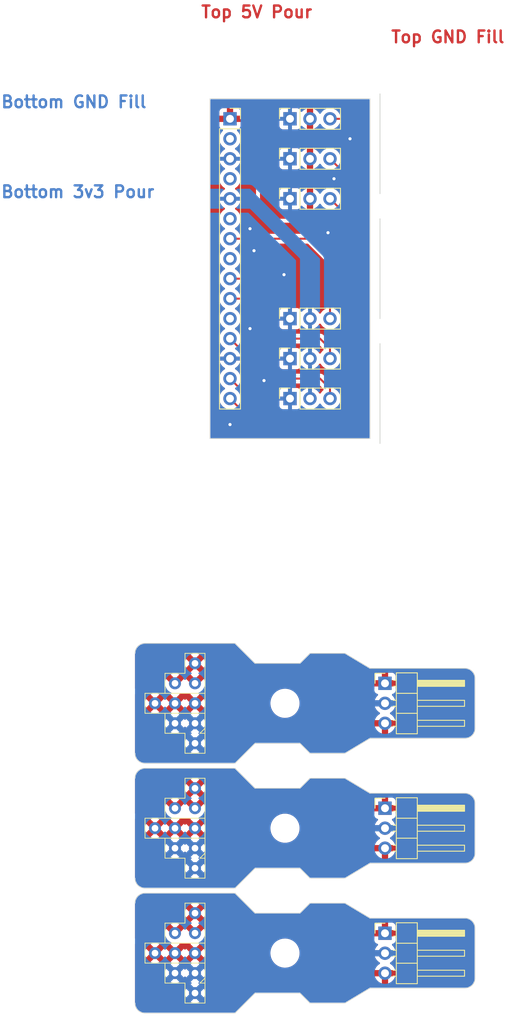
<source format=kicad_pcb>
(kicad_pcb (version 20221018) (generator pcbnew)
  (layers (0 "F.Cu" signal) (31 "B.Cu" signal) (34 "B.Paste" user) (35 "F.Paste" user) (36 "B.SilkS" user "B.Silkscreen") (37 "F.SilkS" user "F.Silkscreen") (38 "B.Mask" user) (39 "F.Mask" user) (44 "Edge.Cuts" user))
  (net 0 "")
  (net 1 "+5V")
  (net 3 "GND")
  (net 5 "+3V3")
  (net 7 "/ADC2")
  (net 9 "/ADC1")
  (net 10 "/ADC0")
  (net 12 "/PWM2")
  (net 13 "/PWM1")
  (net 14 "/PWM0")
  (net 15 "/Pot_Board1_GND")
  (net 16 "/Pot_Board1_3v3")
  (net 17 "/Pot_Board1_Sense")
  (net 18 "/Pot_Board2_GND")
  (net 19 "/Pot_Board2_3v3")
  (net 20 "/Pot_Board2_Sense")
  (net 21 "/Pot_Board3_GND")
  (net 22 "/Pot_Board3_3v3")
  (net 23 "/Pot_Board3_Sense")
  (footprint "Connector_PinSocket_2.54mm:PinSocket_1x03_P2.54mm_Vertical" (layer "F.Cu") (at 55.88 49.225 90)
    (fp_text reference "J4" hide)
    (fp_text value "Conn_01x03_Pin")
    (fp_line (start -1.33 1.27) (end -1.33 6.41) (stroke (width 0.12)) (layer "F.SilkS"))
    (fp_line (start -1.33 1.27) (end 1.33 1.27) (stroke (width 0.12)) (layer "F.SilkS"))
    (fp_line (start -1.33 6.41) (end 1.33 6.41) (stroke (width 0.12)) (layer "F.SilkS"))
    (fp_line (start 0 -1.33) (end 1.33 -1.33) (stroke (width 0.12)) (layer "F.SilkS"))
    (fp_line (start 1.33 -1.33) (end 1.33 0) (stroke (width 0.12)) (layer "F.SilkS"))
    (fp_line (start 1.33 1.27) (end 1.33 6.41) (stroke (width 0.12)) (layer "F.SilkS"))
    (pad "1" thru_hole rect (at 0 0 90) (size 1.7 1.7) (drill 1) (layers "*.Cu" "*.Mask") (net 3 "GND"))
    (pad "2" thru_hole oval (at 0 2.54 90) (size 1.7 1.7) (drill 1) (layers "*.Cu" "*.Mask") (net 1 "+5V"))
    (pad "3" thru_hole oval (at 0 5.08 90) (size 1.7 1.7) (drill 1) (layers "*.Cu" "*.Mask") (net 14 "/PWM0"))
  )
  (footprint "Footprints-General:Potentiometer-Multi" (layer "F.Cu") (at 43.815 126.06 180)
    (fp_text reference "RV1" hide)
    (fp_text value "R_Potentiometer_US")
    (fp_line (start -1.27 -3.81) (end -1.27 8.89) (stroke (width 0.1)) (layer "F.SilkS"))
    (fp_line (start -1.27 -3.81) (end 1.27 -3.81) (stroke (width 0.1)) (layer "F.SilkS"))
    (fp_line (start -1.27 -0.635) (end -0.635 -1.27) (stroke (width 0.1)) (layer "F.SilkS"))
    (fp_line (start -0.635 -1.27) (end -1.27 -1.27) (stroke (width 0.1)) (layer "F.SilkS"))
    (fp_line (start 1.27 -3.81) (end 1.27 -1.27) (stroke (width 0.1)) (layer "F.SilkS"))
    (fp_line (start 1.27 -1.27) (end 3.81 -1.27) (stroke (width 0.1)) (layer "F.SilkS"))
    (fp_line (start 1.27 6.35) (end 1.27 8.89) (stroke (width 0.1)) (layer "F.SilkS"))
    (fp_line (start 1.27 8.89) (end -1.27 8.89) (stroke (width 0.1)) (layer "F.SilkS"))
    (fp_line (start 3.81 1.27) (end -1.27 1.27) (stroke (width 0.1)) (layer "F.SilkS"))
    (fp_line (start 3.81 1.27) (end 3.81 -1.27) (stroke (width 0.1)) (layer "F.SilkS"))
    (fp_line (start 3.81 3.81) (end -1.27 3.81) (stroke (width 0.1)) (layer "F.SilkS"))
    (fp_line (start 3.81 3.81) (end 6.35 3.81) (stroke (width 0.1)) (layer "F.SilkS"))
    (fp_line (start 3.81 6.35) (end 1.27 6.35) (stroke (width 0.1)) (layer "F.SilkS"))
    (fp_line (start 3.81 6.35) (end 3.81 3.81) (stroke (width 0.1)) (layer "F.SilkS"))
    (fp_line (start 6.35 1.27) (end 3.81 1.27) (stroke (width 0.1)) (layer "F.SilkS"))
    (fp_line (start 6.35 3.81) (end 6.35 1.27) (stroke (width 0.1)) (layer "F.SilkS"))
    (pad "1" thru_hole circle (at 0 -2.54 180) (size 1.524 1.524) (drill 0.85) (layers "*.Cu" "*.Mask") (net 16 "/Pot_Board1_3v3"))
    (pad "1" thru_hole circle (at 0 0 180) (size 1.524 1.524) (drill 0.85) (layers "*.Cu" "*.Mask") (net 16 "/Pot_Board1_3v3"))
    (pad "1" thru_hole circle (at 2.54 0 180) (size 1.524 1.524) (drill 0.85) (layers "*.Cu" "*.Mask") (net 16 "/Pot_Board1_3v3"))
    (pad "2" thru_hole circle (at 0 2.54 180) (size 1.524 1.524) (drill 0.85) (layers "*.Cu" "*.Mask") (net 17 "/Pot_Board1_Sense"))
    (pad "2" thru_hole circle (at 2.54 2.54 180) (size 1.524 1.524) (drill 0.85) (layers "*.Cu" "*.Mask") (net 17 "/Pot_Board1_Sense"))
    (pad "2" thru_hole circle (at 5.08 2.54 180) (size 1.524 1.524) (drill 0.85) (layers "*.Cu" "*.Mask") (net 17 "/Pot_Board1_Sense"))
    (pad "3" thru_hole circle (at 0 5.08 180) (size 1.524 1.524) (drill 0.85) (layers "*.Cu" "*.Mask") (net 15 "/Pot_Board1_GND"))
    (pad "3" thru_hole circle (at 0 7.62 180) (size 1.524 1.524) (drill 0.85) (layers "*.Cu" "*.Mask") (net 15 "/Pot_Board1_GND"))
    (pad "3" thru_hole circle (at 2.54 5.08 180) (size 1.524 1.524) (drill 0.85) (layers "*.Cu" "*.Mask") (net 15 "/Pot_Board1_GND"))
  )
  (footprint "Connector_PinSocket_2.54mm:PinSocket_1x15_P2.54mm_Vertical" (layer "F.Cu") (at 48.26 49.225)
    (fp_text reference "J1" hide)
    (fp_text value "Pico-Parrallel")
    (fp_line (start -1.33 1.27) (end -1.33 36.89) (stroke (width 0.12)) (layer "F.SilkS"))
    (fp_line (start -1.33 1.27) (end 1.33 1.27) (stroke (width 0.12)) (layer "F.SilkS"))
    (fp_line (start -1.33 36.89) (end 1.33 36.89) (stroke (width 0.12)) (layer "F.SilkS"))
    (fp_line (start 0 -1.33) (end 1.33 -1.33) (stroke (width 0.12)) (layer "F.SilkS"))
    (fp_line (start 1.33 -1.33) (end 1.33 0) (stroke (width 0.12)) (layer "F.SilkS"))
    (fp_line (start 1.33 1.27) (end 1.33 36.89) (stroke (width 0.12)) (layer "F.SilkS"))
    (pad "1" thru_hole rect (at 0 0) (size 1.7 1.7) (drill 1) (layers "*.Cu" "*.Mask") (net 1 "+5V"))
    (pad "2" thru_hole oval (at 0 2.54) (size 1.7 1.7) (drill 1) (layers "*.Cu" "*.Mask"))
    (pad "3" thru_hole oval (at 0 5.08) (size 1.7 1.7) (drill 1) (layers "*.Cu" "*.Mask") (net 3 "GND"))
    (pad "4" thru_hole oval (at 0 7.62) (size 1.7 1.7) (drill 1) (layers "*.Cu" "*.Mask"))
    (pad "5" thru_hole oval (at 0 10.16) (size 1.7 1.7) (drill 1) (layers "*.Cu" "*.Mask") (net 5 "+3V3"))
    (pad "6" thru_hole oval (at 0 12.7) (size 1.7 1.7) (drill 1) (layers "*.Cu" "*.Mask"))
    (pad "7" thru_hole oval (at 0 15.24) (size 1.7 1.7) (drill 1) (layers "*.Cu" "*.Mask") (net 7 "/ADC2"))
    (pad "8" thru_hole oval (at 0 17.78) (size 1.7 1.7) (drill 1) (layers "*.Cu" "*.Mask"))
    (pad "9" thru_hole oval (at 0 20.32) (size 1.7 1.7) (drill 1) (layers "*.Cu" "*.Mask") (net 9 "/ADC1"))
    (pad "10" thru_hole oval (at 0 22.86) (size 1.7 1.7) (drill 1) (layers "*.Cu" "*.Mask") (net 10 "/ADC0"))
    (pad "11" thru_hole oval (at 0 25.4) (size 1.7 1.7) (drill 1) (layers "*.Cu" "*.Mask"))
    (pad "12" thru_hole oval (at 0 27.94) (size 1.7 1.7) (drill 1) (layers "*.Cu" "*.Mask") (net 12 "/PWM2"))
    (pad "13" thru_hole oval (at 0 30.48) (size 1.7 1.7) (drill 1) (layers "*.Cu" "*.Mask") (net 3 "GND"))
    (pad "14" thru_hole oval (at 0 33.02) (size 1.7 1.7) (drill 1) (layers "*.Cu" "*.Mask") (net 13 "/PWM1"))
    (pad "15" thru_hole oval (at 0 35.56) (size 1.7 1.7) (drill 1) (layers "*.Cu" "*.Mask") (net 14 "/PWM0"))
  )
  (footprint "MountingHole:MountingHole_3.2mm_M3" (layer "F.Cu") (at 55.245 155.27)
    (fp_text reference "H3" hide)
    (fp_text value "MountingHole")
    (pad "" np_thru_hole circle (at 0 0) (size 3.2 3.2) (drill 3.2) (layers "*.Cu" "*.Mask"))
  )
  (footprint "Connector_PinHeader_2.54mm:PinHeader_1x03_P2.54mm_Horizontal" (layer "F.Cu") (at 67.945 152.745)
    (fp_text reference "J10" hide)
    (fp_text value "Conn_01x03_Pin")
    (fp_line (start -1.27 -1.27) (end 0 -1.27) (stroke (width 0.12)) (layer "F.SilkS"))
    (fp_line (start -1.27 0) (end -1.27 -1.27) (stroke (width 0.12)) (layer "F.SilkS"))
    (fp_line (start 1.042929 2.16) (end 1.44 2.16) (stroke (width 0.12)) (layer "F.SilkS"))
    (fp_line (start 1.042929 2.92) (end 1.44 2.92) (stroke (width 0.12)) (layer "F.SilkS"))
    (fp_line (start 1.042929 4.7) (end 1.44 4.7) (stroke (width 0.12)) (layer "F.SilkS"))
    (fp_line (start 1.042929 5.46) (end 1.44 5.46) (stroke (width 0.12)) (layer "F.SilkS"))
    (fp_line (start 1.11 -0.38) (end 1.44 -0.38) (stroke (width 0.12)) (layer "F.SilkS"))
    (fp_line (start 1.11 0.38) (end 1.44 0.38) (stroke (width 0.12)) (layer "F.SilkS"))
    (fp_line (start 1.44 -1.33) (end 1.44 6.41) (stroke (width 0.12)) (layer "F.SilkS"))
    (fp_line (start 1.44 1.27) (end 4.1 1.27) (stroke (width 0.12)) (layer "F.SilkS"))
    (fp_line (start 1.44 3.81) (end 4.1 3.81) (stroke (width 0.12)) (layer "F.SilkS"))
    (fp_line (start 1.44 6.41) (end 4.1 6.41) (stroke (width 0.12)) (layer "F.SilkS"))
    (fp_line (start 4.1 -1.33) (end 1.44 -1.33) (stroke (width 0.12)) (layer "F.SilkS"))
    (fp_line (start 4.1 -0.38) (end 10.1 -0.38) (stroke (width 0.12)) (layer "F.SilkS"))
    (fp_line (start 4.1 -0.32) (end 10.1 -0.32) (stroke (width 0.12)) (layer "F.SilkS"))
    (fp_line (start 4.1 -0.2) (end 10.1 -0.2) (stroke (width 0.12)) (layer "F.SilkS"))
    (fp_line (start 4.1 -0.08) (end 10.1 -0.08) (stroke (width 0.12)) (layer "F.SilkS"))
    (fp_line (start 4.1 0.04) (end 10.1 0.04) (stroke (width 0.12)) (layer "F.SilkS"))
    (fp_line (start 4.1 0.16) (end 10.1 0.16) (stroke (width 0.12)) (layer "F.SilkS"))
    (fp_line (start 4.1 0.28) (end 10.1 0.28) (stroke (width 0.12)) (layer "F.SilkS"))
    (fp_line (start 4.1 2.16) (end 10.1 2.16) (stroke (width 0.12)) (layer "F.SilkS"))
    (fp_line (start 4.1 4.7) (end 10.1 4.7) (stroke (width 0.12)) (layer "F.SilkS"))
    (fp_line (start 4.1 6.41) (end 4.1 -1.33) (stroke (width 0.12)) (layer "F.SilkS"))
    (fp_line (start 10.1 -0.38) (end 10.1 0.38) (stroke (width 0.12)) (layer "F.SilkS"))
    (fp_line (start 10.1 0.38) (end 4.1 0.38) (stroke (width 0.12)) (layer "F.SilkS"))
    (fp_line (start 10.1 2.16) (end 10.1 2.92) (stroke (width 0.12)) (layer "F.SilkS"))
    (fp_line (start 10.1 2.92) (end 4.1 2.92) (stroke (width 0.12)) (layer "F.SilkS"))
    (fp_line (start 10.1 4.7) (end 10.1 5.46) (stroke (width 0.12)) (layer "F.SilkS"))
    (fp_line (start 10.1 5.46) (end 4.1 5.46) (stroke (width 0.12)) (layer "F.SilkS"))
    (pad "1" thru_hole rect (at 0 0) (size 1.7 1.7) (drill 1) (layers "*.Cu" "*.Mask") (net 21 "/Pot_Board3_GND"))
    (pad "2" thru_hole oval (at 0 2.54) (size 1.7 1.7) (drill 1) (layers "*.Cu" "*.Mask") (net 22 "/Pot_Board3_3v3"))
    (pad "3" thru_hole oval (at 0 5.08) (size 1.7 1.7) (drill 1) (layers "*.Cu" "*.Mask") (net 23 "/Pot_Board3_Sense"))
  )
  (footprint "Footprints-General:Potentiometer-Multi" (layer "F.Cu") (at 43.815 141.935 180)
    (fp_text reference "RV2" hide)
    (fp_text value "R_Potentiometer_US")
    (fp_line (start -1.27 -3.81) (end -1.27 8.89) (stroke (width 0.1)) (layer "F.SilkS"))
    (fp_line (start -1.27 -3.81) (end 1.27 -3.81) (stroke (width 0.1)) (layer "F.SilkS"))
    (fp_line (start -1.27 -0.635) (end -0.635 -1.27) (stroke (width 0.1)) (layer "F.SilkS"))
    (fp_line (start -0.635 -1.27) (end -1.27 -1.27) (stroke (width 0.1)) (layer "F.SilkS"))
    (fp_line (start 1.27 -3.81) (end 1.27 -1.27) (stroke (width 0.1)) (layer "F.SilkS"))
    (fp_line (start 1.27 -1.27) (end 3.81 -1.27) (stroke (width 0.1)) (layer "F.SilkS"))
    (fp_line (start 1.27 6.35) (end 1.27 8.89) (stroke (width 0.1)) (layer "F.SilkS"))
    (fp_line (start 1.27 8.89) (end -1.27 8.89) (stroke (width 0.1)) (layer "F.SilkS"))
    (fp_line (start 3.81 1.27) (end -1.27 1.27) (stroke (width 0.1)) (layer "F.SilkS"))
    (fp_line (start 3.81 1.27) (end 3.81 -1.27) (stroke (width 0.1)) (layer "F.SilkS"))
    (fp_line (start 3.81 3.81) (end -1.27 3.81) (stroke (width 0.1)) (layer "F.SilkS"))
    (fp_line (start 3.81 3.81) (end 6.35 3.81) (stroke (width 0.1)) (layer "F.SilkS"))
    (fp_line (start 3.81 6.35) (end 1.27 6.35) (stroke (width 0.1)) (layer "F.SilkS"))
    (fp_line (start 3.81 6.35) (end 3.81 3.81) (stroke (width 0.1)) (layer "F.SilkS"))
    (fp_line (start 6.35 1.27) (end 3.81 1.27) (stroke (width 0.1)) (layer "F.SilkS"))
    (fp_line (start 6.35 3.81) (end 6.35 1.27) (stroke (width 0.1)) (layer "F.SilkS"))
    (pad "1" thru_hole circle (at 0 -2.54 180) (size 1.524 1.524) (drill 0.85) (layers "*.Cu" "*.Mask") (net 19 "/Pot_Board2_3v3"))
    (pad "1" thru_hole circle (at 0 0 180) (size 1.524 1.524) (drill 0.85) (layers "*.Cu" "*.Mask") (net 19 "/Pot_Board2_3v3"))
    (pad "1" thru_hole circle (at 2.54 0 180) (size 1.524 1.524) (drill 0.85) (layers "*.Cu" "*.Mask") (net 19 "/Pot_Board2_3v3"))
    (pad "2" thru_hole circle (at 0 2.54 180) (size 1.524 1.524) (drill 0.85) (layers "*.Cu" "*.Mask") (net 20 "/Pot_Board2_Sense"))
    (pad "2" thru_hole circle (at 2.54 2.54 180) (size 1.524 1.524) (drill 0.85) (layers "*.Cu" "*.Mask") (net 20 "/Pot_Board2_Sense"))
    (pad "2" thru_hole circle (at 5.08 2.54 180) (size 1.524 1.524) (drill 0.85) (layers "*.Cu" "*.Mask") (net 20 "/Pot_Board2_Sense"))
    (pad "3" thru_hole circle (at 0 5.08 180) (size 1.524 1.524) (drill 0.85) (layers "*.Cu" "*.Mask") (net 18 "/Pot_Board2_GND"))
    (pad "3" thru_hole circle (at 0 7.62 180) (size 1.524 1.524) (drill 0.85) (layers "*.Cu" "*.Mask") (net 18 "/Pot_Board2_GND"))
    (pad "3" thru_hole circle (at 2.54 5.08 180) (size 1.524 1.524) (drill 0.85) (layers "*.Cu" "*.Mask") (net 18 "/Pot_Board2_GND"))
  )
  (footprint "Connector_PinSocket_2.54mm:PinSocket_1x03_P2.54mm_Vertical" (layer "F.Cu") (at 55.88 79.705 90)
    (fp_text reference "J6" hide)
    (fp_text value "Conn_01x03_Socket")
    (fp_line (start -1.33 1.27) (end -1.33 6.41) (stroke (width 0.12)) (layer "F.SilkS"))
    (fp_line (start -1.33 1.27) (end 1.33 1.27) (stroke (width 0.12)) (layer "F.SilkS"))
    (fp_line (start -1.33 6.41) (end 1.33 6.41) (stroke (width 0.12)) (layer "F.SilkS"))
    (fp_line (start 0 -1.33) (end 1.33 -1.33) (stroke (width 0.12)) (layer "F.SilkS"))
    (fp_line (start 1.33 -1.33) (end 1.33 0) (stroke (width 0.12)) (layer "F.SilkS"))
    (fp_line (start 1.33 1.27) (end 1.33 6.41) (stroke (width 0.12)) (layer "F.SilkS"))
    (pad "1" thru_hole rect (at 0 0 90) (size 1.7 1.7) (drill 1) (layers "*.Cu" "*.Mask") (net 3 "GND"))
    (pad "2" thru_hole oval (at 0 2.54 90) (size 1.7 1.7) (drill 1) (layers "*.Cu" "*.Mask") (net 5 "+3V3"))
    (pad "3" thru_hole oval (at 0 5.08 90) (size 1.7 1.7) (drill 1) (layers "*.Cu" "*.Mask") (net 9 "/ADC1"))
  )
  (footprint "Footprints-General:Potentiometer-Multi" (layer "F.Cu") (at 43.815 157.81 180)
    (fp_text reference "RV3" hide)
    (fp_text value "R_Potentiometer_US")
    (fp_line (start -1.27 -3.81) (end -1.27 8.89) (stroke (width 0.1)) (layer "F.SilkS"))
    (fp_line (start -1.27 -3.81) (end 1.27 -3.81) (stroke (width 0.1)) (layer "F.SilkS"))
    (fp_line (start -1.27 -0.635) (end -0.635 -1.27) (stroke (width 0.1)) (layer "F.SilkS"))
    (fp_line (start -0.635 -1.27) (end -1.27 -1.27) (stroke (width 0.1)) (layer "F.SilkS"))
    (fp_line (start 1.27 -3.81) (end 1.27 -1.27) (stroke (width 0.1)) (layer "F.SilkS"))
    (fp_line (start 1.27 -1.27) (end 3.81 -1.27) (stroke (width 0.1)) (layer "F.SilkS"))
    (fp_line (start 1.27 6.35) (end 1.27 8.89) (stroke (width 0.1)) (layer "F.SilkS"))
    (fp_line (start 1.27 8.89) (end -1.27 8.89) (stroke (width 0.1)) (layer "F.SilkS"))
    (fp_line (start 3.81 1.27) (end -1.27 1.27) (stroke (width 0.1)) (layer "F.SilkS"))
    (fp_line (start 3.81 1.27) (end 3.81 -1.27) (stroke (width 0.1)) (layer "F.SilkS"))
    (fp_line (start 3.81 3.81) (end -1.27 3.81) (stroke (width 0.1)) (layer "F.SilkS"))
    (fp_line (start 3.81 3.81) (end 6.35 3.81) (stroke (width 0.1)) (layer "F.SilkS"))
    (fp_line (start 3.81 6.35) (end 1.27 6.35) (stroke (width 0.1)) (layer "F.SilkS"))
    (fp_line (start 3.81 6.35) (end 3.81 3.81) (stroke (width 0.1)) (layer "F.SilkS"))
    (fp_line (start 6.35 1.27) (end 3.81 1.27) (stroke (width 0.1)) (layer "F.SilkS"))
    (fp_line (start 6.35 3.81) (end 6.35 1.27) (stroke (width 0.1)) (layer "F.SilkS"))
    (pad "1" thru_hole circle (at 0 -2.54 180) (size 1.524 1.524) (drill 0.85) (layers "*.Cu" "*.Mask") (net 22 "/Pot_Board3_3v3"))
    (pad "1" thru_hole circle (at 0 0 180) (size 1.524 1.524) (drill 0.85) (layers "*.Cu" "*.Mask") (net 22 "/Pot_Board3_3v3"))
    (pad "1" thru_hole circle (at 2.54 0 180) (size 1.524 1.524) (drill 0.85) (layers "*.Cu" "*.Mask") (net 22 "/Pot_Board3_3v3"))
    (pad "2" thru_hole circle (at 0 2.54 180) (size 1.524 1.524) (drill 0.85) (layers "*.Cu" "*.Mask") (net 23 "/Pot_Board3_Sense"))
    (pad "2" thru_hole circle (at 2.54 2.54 180) (size 1.524 1.524) (drill 0.85) (layers "*.Cu" "*.Mask") (net 23 "/Pot_Board3_Sense"))
    (pad "2" thru_hole circle (at 5.08 2.54 180) (size 1.524 1.524) (drill 0.85) (layers "*.Cu" "*.Mask") (net 23 "/Pot_Board3_Sense"))
    (pad "3" thru_hole circle (at 0 5.08 180) (size 1.524 1.524) (drill 0.85) (layers "*.Cu" "*.Mask") (net 21 "/Pot_Board3_GND"))
    (pad "3" thru_hole circle (at 0 7.62 180) (size 1.524 1.524) (drill 0.85) (layers "*.Cu" "*.Mask") (net 21 "/Pot_Board3_GND"))
    (pad "3" thru_hole circle (at 2.54 5.08 180) (size 1.524 1.524) (drill 0.85) (layers "*.Cu" "*.Mask") (net 21 "/Pot_Board3_GND"))
  )
  (footprint "Connector_PinHeader_2.54mm:PinHeader_1x03_P2.54mm_Horizontal" (layer "F.Cu") (at 67.945 136.855)
    (fp_text reference "J9" hide)
    (fp_text value "Conn_01x03_Pin")
    (fp_line (start -1.27 -1.27) (end 0 -1.27) (stroke (width 0.12)) (layer "F.SilkS"))
    (fp_line (start -1.27 0) (end -1.27 -1.27) (stroke (width 0.12)) (layer "F.SilkS"))
    (fp_line (start 1.042929 2.16) (end 1.44 2.16) (stroke (width 0.12)) (layer "F.SilkS"))
    (fp_line (start 1.042929 2.92) (end 1.44 2.92) (stroke (width 0.12)) (layer "F.SilkS"))
    (fp_line (start 1.042929 4.7) (end 1.44 4.7) (stroke (width 0.12)) (layer "F.SilkS"))
    (fp_line (start 1.042929 5.46) (end 1.44 5.46) (stroke (width 0.12)) (layer "F.SilkS"))
    (fp_line (start 1.11 -0.38) (end 1.44 -0.38) (stroke (width 0.12)) (layer "F.SilkS"))
    (fp_line (start 1.11 0.38) (end 1.44 0.38) (stroke (width 0.12)) (layer "F.SilkS"))
    (fp_line (start 1.44 -1.33) (end 1.44 6.41) (stroke (width 0.12)) (layer "F.SilkS"))
    (fp_line (start 1.44 1.27) (end 4.1 1.27) (stroke (width 0.12)) (layer "F.SilkS"))
    (fp_line (start 1.44 3.81) (end 4.1 3.81) (stroke (width 0.12)) (layer "F.SilkS"))
    (fp_line (start 1.44 6.41) (end 4.1 6.41) (stroke (width 0.12)) (layer "F.SilkS"))
    (fp_line (start 4.1 -1.33) (end 1.44 -1.33) (stroke (width 0.12)) (layer "F.SilkS"))
    (fp_line (start 4.1 -0.38) (end 10.1 -0.38) (stroke (width 0.12)) (layer "F.SilkS"))
    (fp_line (start 4.1 -0.32) (end 10.1 -0.32) (stroke (width 0.12)) (layer "F.SilkS"))
    (fp_line (start 4.1 -0.2) (end 10.1 -0.2) (stroke (width 0.12)) (layer "F.SilkS"))
    (fp_line (start 4.1 -0.08) (end 10.1 -0.08) (stroke (width 0.12)) (layer "F.SilkS"))
    (fp_line (start 4.1 0.04) (end 10.1 0.04) (stroke (width 0.12)) (layer "F.SilkS"))
    (fp_line (start 4.1 0.16) (end 10.1 0.16) (stroke (width 0.12)) (layer "F.SilkS"))
    (fp_line (start 4.1 0.28) (end 10.1 0.28) (stroke (width 0.12)) (layer "F.SilkS"))
    (fp_line (start 4.1 2.16) (end 10.1 2.16) (stroke (width 0.12)) (layer "F.SilkS"))
    (fp_line (start 4.1 4.7) (end 10.1 4.7) (stroke (width 0.12)) (layer "F.SilkS"))
    (fp_line (start 4.1 6.41) (end 4.1 -1.33) (stroke (width 0.12)) (layer "F.SilkS"))
    (fp_line (start 10.1 -0.38) (end 10.1 0.38) (stroke (width 0.12)) (layer "F.SilkS"))
    (fp_line (start 10.1 0.38) (end 4.1 0.38) (stroke (width 0.12)) (layer "F.SilkS"))
    (fp_line (start 10.1 2.16) (end 10.1 2.92) (stroke (width 0.12)) (layer "F.SilkS"))
    (fp_line (start 10.1 2.92) (end 4.1 2.92) (stroke (width 0.12)) (layer "F.SilkS"))
    (fp_line (start 10.1 4.7) (end 10.1 5.46) (stroke (width 0.12)) (layer "F.SilkS"))
    (fp_line (start 10.1 5.46) (end 4.1 5.46) (stroke (width 0.12)) (layer "F.SilkS"))
    (pad "1" thru_hole rect (at 0 0) (size 1.7 1.7) (drill 1) (layers "*.Cu" "*.Mask") (net 18 "/Pot_Board2_GND"))
    (pad "2" thru_hole oval (at 0 2.54) (size 1.7 1.7) (drill 1) (layers "*.Cu" "*.Mask") (net 19 "/Pot_Board2_3v3"))
    (pad "3" thru_hole oval (at 0 5.08) (size 1.7 1.7) (drill 1) (layers "*.Cu" "*.Mask") (net 20 "/Pot_Board2_Sense"))
  )
  (footprint "Connector_PinSocket_2.54mm:PinSocket_1x03_P2.54mm_Vertical" (layer "F.Cu") (at 55.88 59.385 90)
    (fp_text reference "J2" hide)
    (fp_text value "Conn_01x03_Pin")
    (fp_line (start -1.33 1.27) (end -1.33 6.41) (stroke (width 0.12)) (layer "F.SilkS"))
    (fp_line (start -1.33 1.27) (end 1.33 1.27) (stroke (width 0.12)) (layer "F.SilkS"))
    (fp_line (start -1.33 6.41) (end 1.33 6.41) (stroke (width 0.12)) (layer "F.SilkS"))
    (fp_line (start 0 -1.33) (end 1.33 -1.33) (stroke (width 0.12)) (layer "F.SilkS"))
    (fp_line (start 1.33 -1.33) (end 1.33 0) (stroke (width 0.12)) (layer "F.SilkS"))
    (fp_line (start 1.33 1.27) (end 1.33 6.41) (stroke (width 0.12)) (layer "F.SilkS"))
    (pad "1" thru_hole rect (at 0 0 90) (size 1.7 1.7) (drill 1) (layers "*.Cu" "*.Mask") (net 3 "GND"))
    (pad "2" thru_hole oval (at 0 2.54 90) (size 1.7 1.7) (drill 1) (layers "*.Cu" "*.Mask") (net 1 "+5V"))
    (pad "3" thru_hole oval (at 0 5.08 90) (size 1.7 1.7) (drill 1) (layers "*.Cu" "*.Mask") (net 12 "/PWM2"))
  )
  (footprint "Connector_PinSocket_2.54mm:PinSocket_1x03_P2.54mm_Vertical" (layer "F.Cu") (at 55.88 54.305 90)
    (fp_text reference "J3" hide)
    (fp_text value "Conn_01x03_Pin")
    (fp_line (start -1.33 1.27) (end -1.33 6.41) (stroke (width 0.12)) (layer "F.SilkS"))
    (fp_line (start -1.33 1.27) (end 1.33 1.27) (stroke (width 0.12)) (layer "F.SilkS"))
    (fp_line (start -1.33 6.41) (end 1.33 6.41) (stroke (width 0.12)) (layer "F.SilkS"))
    (fp_line (start 0 -1.33) (end 1.33 -1.33) (stroke (width 0.12)) (layer "F.SilkS"))
    (fp_line (start 1.33 -1.33) (end 1.33 0) (stroke (width 0.12)) (layer "F.SilkS"))
    (fp_line (start 1.33 1.27) (end 1.33 6.41) (stroke (width 0.12)) (layer "F.SilkS"))
    (pad "1" thru_hole rect (at 0 0 90) (size 1.7 1.7) (drill 1) (layers "*.Cu" "*.Mask") (net 3 "GND"))
    (pad "2" thru_hole oval (at 0 2.54 90) (size 1.7 1.7) (drill 1) (layers "*.Cu" "*.Mask") (net 1 "+5V"))
    (pad "3" thru_hole oval (at 0 5.08 90) (size 1.7 1.7) (drill 1) (layers "*.Cu" "*.Mask") (net 13 "/PWM1"))
  )
  (footprint "Connector_PinHeader_2.54mm:PinHeader_1x03_P2.54mm_Horizontal" (layer "F.Cu") (at 67.945 120.98)
    (fp_text reference "J8" hide)
    (fp_text value "Conn_01x03_Pin")
    (fp_line (start -1.27 -1.27) (end 0 -1.27) (stroke (width 0.12)) (layer "F.SilkS"))
    (fp_line (start -1.27 0) (end -1.27 -1.27) (stroke (width 0.12)) (layer "F.SilkS"))
    (fp_line (start 1.042929 2.16) (end 1.44 2.16) (stroke (width 0.12)) (layer "F.SilkS"))
    (fp_line (start 1.042929 2.92) (end 1.44 2.92) (stroke (width 0.12)) (layer "F.SilkS"))
    (fp_line (start 1.042929 4.7) (end 1.44 4.7) (stroke (width 0.12)) (layer "F.SilkS"))
    (fp_line (start 1.042929 5.46) (end 1.44 5.46) (stroke (width 0.12)) (layer "F.SilkS"))
    (fp_line (start 1.11 -0.38) (end 1.44 -0.38) (stroke (width 0.12)) (layer "F.SilkS"))
    (fp_line (start 1.11 0.38) (end 1.44 0.38) (stroke (width 0.12)) (layer "F.SilkS"))
    (fp_line (start 1.44 -1.33) (end 1.44 6.41) (stroke (width 0.12)) (layer "F.SilkS"))
    (fp_line (start 1.44 1.27) (end 4.1 1.27) (stroke (width 0.12)) (layer "F.SilkS"))
    (fp_line (start 1.44 3.81) (end 4.1 3.81) (stroke (width 0.12)) (layer "F.SilkS"))
    (fp_line (start 1.44 6.41) (end 4.1 6.41) (stroke (width 0.12)) (layer "F.SilkS"))
    (fp_line (start 4.1 -1.33) (end 1.44 -1.33) (stroke (width 0.12)) (layer "F.SilkS"))
    (fp_line (start 4.1 -0.38) (end 10.1 -0.38) (stroke (width 0.12)) (layer "F.SilkS"))
    (fp_line (start 4.1 -0.32) (end 10.1 -0.32) (stroke (width 0.12)) (layer "F.SilkS"))
    (fp_line (start 4.1 -0.2) (end 10.1 -0.2) (stroke (width 0.12)) (layer "F.SilkS"))
    (fp_line (start 4.1 -0.08) (end 10.1 -0.08) (stroke (width 0.12)) (layer "F.SilkS"))
    (fp_line (start 4.1 0.04) (end 10.1 0.04) (stroke (width 0.12)) (layer "F.SilkS"))
    (fp_line (start 4.1 0.16) (end 10.1 0.16) (stroke (width 0.12)) (layer "F.SilkS"))
    (fp_line (start 4.1 0.28) (end 10.1 0.28) (stroke (width 0.12)) (layer "F.SilkS"))
    (fp_line (start 4.1 2.16) (end 10.1 2.16) (stroke (width 0.12)) (layer "F.SilkS"))
    (fp_line (start 4.1 4.7) (end 10.1 4.7) (stroke (width 0.12)) (layer "F.SilkS"))
    (fp_line (start 4.1 6.41) (end 4.1 -1.33) (stroke (width 0.12)) (layer "F.SilkS"))
    (fp_line (start 10.1 -0.38) (end 10.1 0.38) (stroke (width 0.12)) (layer "F.SilkS"))
    (fp_line (start 10.1 0.38) (end 4.1 0.38) (stroke (width 0.12)) (layer "F.SilkS"))
    (fp_line (start 10.1 2.16) (end 10.1 2.92) (stroke (width 0.12)) (layer "F.SilkS"))
    (fp_line (start 10.1 2.92) (end 4.1 2.92) (stroke (width 0.12)) (layer "F.SilkS"))
    (fp_line (start 10.1 4.7) (end 10.1 5.46) (stroke (width 0.12)) (layer "F.SilkS"))
    (fp_line (start 10.1 5.46) (end 4.1 5.46) (stroke (width 0.12)) (layer "F.SilkS"))
    (pad "1" thru_hole rect (at 0 0) (size 1.7 1.7) (drill 1) (layers "*.Cu" "*.Mask") (net 15 "/Pot_Board1_GND"))
    (pad "2" thru_hole oval (at 0 2.54) (size 1.7 1.7) (drill 1) (layers "*.Cu" "*.Mask") (net 16 "/Pot_Board1_3v3"))
    (pad "3" thru_hole oval (at 0 5.08) (size 1.7 1.7) (drill 1) (layers "*.Cu" "*.Mask") (net 17 "/Pot_Board1_Sense"))
  )
  (footprint "Connector_PinSocket_2.54mm:PinSocket_1x03_P2.54mm_Vertical" (layer "F.Cu") (at 55.88 84.785 90)
    (fp_text reference "J5" hide)
    (fp_text value "Conn_01x03_Socket")
    (fp_line (start -1.33 1.27) (end -1.33 6.41) (stroke (width 0.12)) (layer "F.SilkS"))
    (fp_line (start -1.33 1.27) (end 1.33 1.27) (stroke (width 0.12)) (layer "F.SilkS"))
    (fp_line (start -1.33 6.41) (end 1.33 6.41) (stroke (width 0.12)) (layer "F.SilkS"))
    (fp_line (start 0 -1.33) (end 1.33 -1.33) (stroke (width 0.12)) (layer "F.SilkS"))
    (fp_line (start 1.33 -1.33) (end 1.33 0) (stroke (width 0.12)) (layer "F.SilkS"))
    (fp_line (start 1.33 1.27) (end 1.33 6.41) (stroke (width 0.12)) (layer "F.SilkS"))
    (pad "1" thru_hole rect (at 0 0 90) (size 1.7 1.7) (drill 1) (layers "*.Cu" "*.Mask") (net 3 "GND"))
    (pad "2" thru_hole oval (at 0 2.54 90) (size 1.7 1.7) (drill 1) (layers "*.Cu" "*.Mask") (net 5 "+3V3"))
    (pad "3" thru_hole oval (at 0 5.08 90) (size 1.7 1.7) (drill 1) (layers "*.Cu" "*.Mask") (net 10 "/ADC0"))
  )
  (footprint "MountingHole:MountingHole_3.2mm_M3" (layer "F.Cu") (at 55.245 139.395)
    (fp_text reference "H2" hide)
    (fp_text value "MountingHole")
    (pad "" np_thru_hole circle (at 0 0) (size 3.2 3.2) (drill 3.2) (layers "*.Cu" "*.Mask"))
  )
  (footprint "Connector_PinSocket_2.54mm:PinSocket_1x03_P2.54mm_Vertical" (layer "F.Cu") (at 55.88 74.625 90)
    (fp_text reference "J7" hide)
    (fp_text value "Conn_01x03_Socket")
    (fp_line (start -1.33 1.27) (end -1.33 6.41) (stroke (width 0.12)) (layer "F.SilkS"))
    (fp_line (start -1.33 1.27) (end 1.33 1.27) (stroke (width 0.12)) (layer "F.SilkS"))
    (fp_line (start -1.33 6.41) (end 1.33 6.41) (stroke (width 0.12)) (layer "F.SilkS"))
    (fp_line (start 0 -1.33) (end 1.33 -1.33) (stroke (width 0.12)) (layer "F.SilkS"))
    (fp_line (start 1.33 -1.33) (end 1.33 0) (stroke (width 0.12)) (layer "F.SilkS"))
    (fp_line (start 1.33 1.27) (end 1.33 6.41) (stroke (width 0.12)) (layer "F.SilkS"))
    (pad "1" thru_hole rect (at 0 0 90) (size 1.7 1.7) (drill 1) (layers "*.Cu" "*.Mask") (net 3 "GND"))
    (pad "2" thru_hole oval (at 0 2.54 90) (size 1.7 1.7) (drill 1) (layers "*.Cu" "*.Mask") (net 5 "+3V3"))
    (pad "3" thru_hole oval (at 0 5.08 90) (size 1.7 1.7) (drill 1) (layers "*.Cu" "*.Mask") (net 7 "/ADC2"))
  )
  (footprint "MountingHole:MountingHole_3.2mm_M3" (layer "F.Cu") (at 55.245 123.52 180)
    (fp_text reference "H1" hide)
    (fp_text value "MountingHole")
    (pad "" np_thru_hole circle (at 0 0 180) (size 3.2 3.2) (drill 3.2) (layers "*.Cu" "*.Mask"))
  )
  (gr_line (start 67.31 58.75) (end 67.31 52.4) (stroke (width 0.1)) (layer "Edge.Cuts"))
  (gr_line (start 57.15 134.315) (end 51.435 134.315) (stroke (width 0.1)) (layer "Edge.Cuts"))
  (gr_line (start 66.04 119.075) (end 62.865 117.17) (stroke (width 0.1)) (layer "Edge.Cuts"))
  (gr_line (start 48.895 147.015) (end 37.465001 147.014999) (stroke (width 0.1)) (layer "Edge.Cuts"))
  (gr_line (start 62.865 129.87) (end 58.42 129.87) (stroke (width 0.1)) (layer "Edge.Cuts"))
  (gr_line (start 79.375 142.57) (end 79.375 139.395) (stroke (width 0.1)) (layer "Edge.Cuts"))
  (gr_arc (start 78.105 134.95) (mid 79.003027 135.321974) (end 79.375 136.22) (stroke (width 0.1)) (layer "Edge.Cuts"))
  (gr_line (start 51.435 128.6) (end 48.895 131.14) (stroke (width 0.1)) (layer "Edge.Cuts"))
  (gr_line (start 67.310001 46.050001) (end 67.31 52.4) (stroke (width 0.1)) (layer "Edge.Cuts"))
  (gr_line (start 66.04 150.825) (end 62.865 148.92) (stroke (width 0.1)) (layer "Edge.Cuts"))
  (gr_line (start 66.04 143.84) (end 62.865 145.745) (stroke (width 0.1)) (layer "Edge.Cuts"))
  (gr_line (start 62.865 148.92) (end 58.42 148.92) (stroke (width 0.1)) (layer "Edge.Cuts"))
  (gr_line (start 57.15 144.475) (end 51.435 144.475) (stroke (width 0.1)) (layer "Edge.Cuts"))
  (gr_line (start 48.895 115.9) (end 37.465001 115.900001) (stroke (width 0.1)) (layer "Edge.Cuts"))
  (gr_arc (start 78.105 119.075) (mid 79.003026 119.446974) (end 79.375 120.345) (stroke (width 0.1)) (layer "Edge.Cuts"))
  (gr_arc (start 78.105 150.825) (mid 79.003027 151.196974) (end 79.375 152.095) (stroke (width 0.1)) (layer "Edge.Cuts"))
  (gr_line (start 79.375 158.445) (end 79.375 155.27) (stroke (width 0.1)) (layer "Edge.Cuts"))
  (gr_line (start 79.375 136.22) (end 79.375 139.395) (stroke (width 0.1)) (layer "Edge.Cuts"))
  (gr_line (start 78.105 143.84) (end 66.04 143.84) (stroke (width 0.1)) (layer "Edge.Cuts"))
  (gr_line (start 58.42 117.17) (end 57.15 118.44) (stroke (width 0.1)) (layer "Edge.Cuts"))
  (gr_line (start 57.15 150.19) (end 51.435 150.19) (stroke (width 0.1)) (layer "Edge.Cuts"))
  (gr_line (start 57.15 128.6) (end 51.435 128.6) (stroke (width 0.1)) (layer "Edge.Cuts"))
  (gr_line (start 62.865 133.045) (end 58.42 133.045) (stroke (width 0.1)) (layer "Edge.Cuts"))
  (gr_line (start 66.04 134.95) (end 62.865 133.045) (stroke (width 0.1)) (layer "Edge.Cuts"))
  (gr_arc (start 37.465001 131.139999) (mid 36.566975 130.768025) (end 36.195001 129.869999) (stroke (width 0.1)) (layer "Edge.Cuts"))
  (gr_line (start 48.895 147.65) (end 37.465001 147.650001) (stroke (width 0.1)) (layer "Edge.Cuts"))
  (gr_arc (start 36.195001 117.170001) (mid 36.566975 116.271975) (end 37.465001 115.900001) (stroke (width 0.1)) (layer "Edge.Cuts"))
  (gr_arc (start 79.375 158.445) (mid 79.003026 159.343026) (end 78.105 159.715) (stroke (width 0.1)) (layer "Edge.Cuts"))
  (gr_line (start 48.895 131.775) (end 37.465001 131.775001) (stroke (width 0.1)) (layer "Edge.Cuts"))
  (gr_line (start 58.42 161.62) (end 57.15 160.35) (stroke (width 0.1)) (layer "Edge.Cuts"))
  (gr_line (start 78.105 119.075) (end 66.04 119.075) (stroke (width 0.1)) (layer "Edge.Cuts"))
  (gr_line (start 57.15 118.44) (end 51.435 118.44) (stroke (width 0.1)) (layer "Edge.Cuts"))
  (gr_line (start 79.375 126.695) (end 79.375 123.52) (stroke (width 0.1)) (layer "Edge.Cuts"))
  (gr_line (start 51.435 134.315) (end 48.895 131.775) (stroke (width 0.1)) (layer "Edge.Cuts"))
  (gr_line (start 48.895 131.14) (end 37.465001 131.139999) (stroke (width 0.1)) (layer "Edge.Cuts"))
  (gr_line (start 62.865 117.17) (end 58.42 117.17) (stroke (width 0.1)) (layer "Edge.Cuts"))
  (gr_arc (start 79.375 142.57) (mid 79.003026 143.468026) (end 78.105 143.84) (stroke (width 0.1)) (layer "Edge.Cuts"))
  (gr_arc (start 37.465001 162.889999) (mid 36.566975 162.518025) (end 36.195001 161.619999) (stroke (width 0.1)) (layer "Edge.Cuts"))
  (gr_arc (start 79.375 126.695) (mid 79.003026 127.593026) (end 78.105 127.965) (stroke (width 0.1)) (layer "Edge.Cuts"))
  (gr_line (start 79.375 120.345) (end 79.375 123.52) (stroke (width 0.1)) (layer "Edge.Cuts"))
  (gr_line (start 51.435 160.35) (end 48.895 162.89) (stroke (width 0.1)) (layer "Edge.Cuts"))
  (gr_line (start 79.375 152.095) (end 79.375 155.27) (stroke (width 0.1)) (layer "Edge.Cuts"))
  (gr_line (start 62.865 145.745) (end 58.42 145.745) (stroke (width 0.1)) (layer "Edge.Cuts"))
  (gr_line (start 57.15 160.35) (end 51.435 160.35) (stroke (width 0.1)) (layer "Edge.Cuts"))
  (gr_line (start 58.42 148.92) (end 57.15 150.19) (stroke (width 0.1)) (layer "Edge.Cuts"))
  (gr_line (start 58.42 129.87) (end 57.15 128.6) (stroke (width 0.1)) (layer "Edge.Cuts"))
  (gr_line (start 78.105 134.95) (end 66.04 134.95) (stroke (width 0.1)) (layer "Edge.Cuts"))
  (gr_line (start 62.865 161.62) (end 58.42 161.62) (stroke (width 0.1)) (layer "Edge.Cuts"))
  (gr_line (start 67.31 74.625) (end 67.31 68.275) (stroke (width 0.1)) (layer "Edge.Cuts"))
  (gr_line (start 78.105 159.715) (end 66.04 159.715) (stroke (width 0.1)) (layer "Edge.Cuts"))
  (gr_line (start 67.310001 77.800001) (end 67.31 84.15) (stroke (width 0.1)) (layer "Edge.Cuts"))
  (gr_line (start 78.105 150.825) (end 66.04 150.825) (stroke (width 0.1)) (layer "Edge.Cuts"))
  (gr_arc (start 36.195001 133.045001) (mid 36.566975 132.146975) (end 37.465001 131.775001) (stroke (width 0.1)) (layer "Edge.Cuts"))
  (gr_arc (start 36.195001 148.920001) (mid 36.566975 148.021975) (end 37.465001 147.650001) (stroke (width 0.1)) (layer "Edge.Cuts"))
  (gr_line (start 48.895 162.89) (end 37.465001 162.889999) (stroke (width 0.1)) (layer "Edge.Cuts"))
  (gr_line (start 67.31 90.5) (end 67.31 84.15) (stroke (width 0.1)) (layer "Edge.Cuts"))
  (gr_line (start 51.435 144.475) (end 48.895 147.015) (stroke (width 0.1)) (layer "Edge.Cuts"))
  (gr_line (start 66.04 159.715) (end 62.865 161.62) (stroke (width 0.1)) (layer "Edge.Cuts"))
  (gr_line (start 66.04 127.965) (end 62.865 129.87) (stroke (width 0.1)) (layer "Edge.Cuts"))
  (gr_line (start 58.42 133.045) (end 57.15 134.315) (stroke (width 0.1)) (layer "Edge.Cuts"))
  (gr_arc (start 37.465001 147.014999) (mid 36.566975 146.643025) (end 36.195001 145.744999) (stroke (width 0.1)) (layer "Edge.Cuts"))
  (gr_line (start 51.435 118.44) (end 48.895 115.9) (stroke (width 0.1)) (layer "Edge.Cuts"))
  (gr_line (start 78.105 127.965) (end 66.04 127.965) (stroke (width 0.1)) (layer "Edge.Cuts"))
  (gr_rect (start 45.72 46.685) (end 66.04 89.865) (stroke (width 0.1)) (fill none) (layer "Edge.Cuts"))
  (gr_line (start 51.435 150.19) (end 48.895 147.65) (stroke (width 0.1)) (layer "Edge.Cuts"))
  (gr_line (start 67.310001 61.925001) (end 67.31 68.275) (stroke (width 0.1)) (layer "Edge.Cuts"))
  (gr_line (start 58.42 145.745) (end 57.15 144.475) (stroke (width 0.1)) (layer "Edge.Cuts"))
  (gr_text "Top 5V Pour" (at 44.45 36.525) (layer "F.Cu") (effects (font (size 1.5 1.5) (thickness 0.3) bold) (justify left bottom)))
  (gr_text "Top GND Fill" (at 68.58 39.7) (layer "F.Cu") (effects (font (size 1.5 1.5) (thickness 0.3) bold) (justify left bottom)))
  (gr_text "Bottom 3v3 Pour" (at 19.05 59.385) (layer "B.Cu") (effects (font (size 1.5 1.5) (thickness 0.3) bold) (justify left bottom)))
  (gr_text "Bottom GND Fill" (at 19.05 47.955) (layer "B.Cu") (effects (font (size 1.5 1.5) (thickness 0.3) bold) (justify left bottom)))
  (via (at 48.26 88.087) (size 0.8) (drill 0.4) (layers "F.Cu" "B.Cu") (net 3))
  (via (at 60.706 63.703) (size 0.8) (drill 0.4) (layers "F.Cu" "B.Cu") (net 3))
  (via (at 61.468 56.845) (size 0.8) (drill 0.4) (layers "F.Cu" "B.Cu") (net 3))
  (via (at 50.8 63.195) (size 0.8) (drill 0.4) (layers "F.Cu" "B.Cu") (net 3))
  (via (at 51.308 65.989) (size 0.8) (drill 0.4) (layers "F.Cu" "B.Cu") (net 3))
  (via (at 63.5 51.765) (size 0.8) (drill 0.4) (layers "F.Cu" "B.Cu") (net 3))
  (via (at 52.578 82.499) (size 0.8) (drill 0.4) (layers "F.Cu" "B.Cu") (net 3))
  (via (at 50.8 75.895) (size 0.8) (drill 0.4) (layers "F.Cu" "B.Cu") (net 3))
  (via (at 55.118 69.037) (size 0.8) (drill 0.4) (layers "F.Cu" "B.Cu") (net 3))
  (segment (start 58.42 64.465) (end 60.96 67.005) (width 0.25) (layer "F.Cu") (net 7))
  (segment (start 60.96 67.005) (end 60.96 74.625) (width 0.25) (layer "F.Cu") (net 7))
  (segment (start 48.26 64.465) (end 58.42 64.465) (width 0.25) (layer "F.Cu") (net 7))
  (segment (start 59.69 77.165) (end 54.61 77.165) (width 0.25) (layer "F.Cu") (net 9))
  (segment (start 53.34 75.895) (end 53.34 70.815) (width 0.25) (layer "F.Cu") (net 9))
  (segment (start 60.96 79.705) (end 60.96 78.435) (width 0.25) (layer "F.Cu") (net 9))
  (segment (start 54.61 77.165) (end 53.34 75.895) (width 0.25) (layer "F.Cu") (net 9))
  (segment (start 52.07 69.545) (end 48.26 69.545) (width 0.25) (layer "F.Cu") (net 9))
  (segment (start 53.34 70.815) (end 52.07 69.545) (width 0.25) (layer "F.Cu") (net 9))
  (segment (start 60.96 78.435) (end 59.69 77.165) (width 0.25) (layer "F.Cu") (net 9))
  (segment (start 52.07 73.355) (end 52.07 79.705) (width 0.25) (layer "F.Cu") (net 10))
  (segment (start 59.69 82.245) (end 60.96 83.515) (width 0.25) (layer "F.Cu") (net 10))
  (segment (start 48.26 72.085) (end 50.8 72.085) (width 0.25) (layer "F.Cu") (net 10))
  (segment (start 52.07 79.705) (end 54.61 82.245) (width 0.25) (layer "F.Cu") (net 10))
  (segment (start 54.61 82.245) (end 59.69 82.245) (width 0.25) (layer "F.Cu") (net 10))
  (segment (start 50.8 72.085) (end 52.07 73.355) (width 0.25) (layer "F.Cu") (net 10))
  (segment (start 60.96 83.515) (end 60.96 84.785) (width 0.25) (layer "F.Cu") (net 10))
  (segment (start 61.976 86.817) (end 54.61 86.817) (width 0.25) (layer "F.Cu") (net 12))
  (segment (start 60.96 59.385) (end 62.992 61.417) (width 0.25) (layer "F.Cu") (net 12))
  (segment (start 54.61 86.817) (end 50.546 82.753) (width 0.25) (layer "F.Cu") (net 12))
  (segment (start 62.992 85.801) (end 61.976 86.817) (width 0.25) (layer "F.Cu") (net 12))
  (segment (start 50.546 82.753) (end 50.546 79.451) (width 0.25) (layer "F.Cu") (net 12))
  (segment (start 62.992 61.417) (end 62.992 85.801) (width 0.25) (layer "F.Cu") (net 12))
  (segment (start 50.546 79.451) (end 48.26 77.165) (width 0.25) (layer "F.Cu") (net 12))
  (segment (start 64.008 57.353) (end 60.96 54.305) (width 0.25) (layer "F.Cu") (net 13))
  (segment (start 62.358396 87.833) (end 64.008 86.183396) (width 0.25) (layer "F.Cu") (net 13))
  (segment (start 53.848 87.833) (end 62.358396 87.833) (width 0.25) (layer "F.Cu") (net 13))
  (segment (start 64.008 86.183396) (end 64.008 57.353) (width 0.25) (layer "F.Cu") (net 13))
  (segment (start 48.26 82.245) (end 53.848 87.833) (width 0.25) (layer "F.Cu") (net 13))
  (segment (start 60.96 49.225) (end 63.5 49.225) (width 0.25) (layer "F.Cu") (net 14))
  (segment (start 52.07 88.595) (end 48.26 84.785) (width 0.25) (layer "F.Cu") (net 14))
  (segment (start 65.024 50.749) (end 65.024 87.071) (width 0.25) (layer "F.Cu") (net 14))
  (segment (start 63.5 88.595) (end 52.07 88.595) (width 0.25) (layer "F.Cu") (net 14))
  (segment (start 65.024 87.071) (end 63.5 88.595) (width 0.25) (layer "F.Cu") (net 14))
  (segment (start 63.5 49.225) (end 65.024 50.749) (width 0.25) (layer "F.Cu") (net 14))
  (zone (net 18) (net_name "/Pot_Board2_GND") (layer "F.Cu") (priority 1) (connect_pads (clearance 0.5)) (min_thickness 0.25) (fill yes (thermal_gap 0.5) (thermal_bridge_width 0.8))
    (polygon (pts (xy 79.375 138.125) (xy 79.375 136.22) (xy 85.725 136.22) (xy 85.725 133.68) (xy 79.375 133.68) (xy 79.375 130.505) (xy 36.195 130.505) (xy 36.195 138.125)))
  )
  (zone (net 20) (net_name "/Pot_Board2_Sense") (layer "F.Cu") (priority 2) (connect_pads (clearance 0.5)) (min_thickness 0.25) (fill yes (thermal_gap 0.5) (thermal_bridge_width 0.8))
    (polygon (pts (xy 36.195 138.125) (xy 79.375 138.125) (xy 79.375 143.84) (xy 85.725 143.84) (xy 85.725 146.38) (xy 79.375 146.38) (xy 79.375 148.285) (xy 36.195 148.285)))
  )
  (zone (net 23) (net_name "/Pot_Board3_Sense") (layer "F.Cu") (priority 2) (connect_pads (clearance 0.5)) (min_thickness 0.25) (fill yes (thermal_gap 0.5) (thermal_bridge_width 0.8))
    (polygon (pts (xy 36.195 154) (xy 79.375 154) (xy 79.375 159.715) (xy 85.725 159.715) (xy 85.725 162.255) (xy 79.375 162.255) (xy 79.375 164.16) (xy 36.195 164.16)))
  )
  (zone (net 15) (net_name "/Pot_Board1_GND") (layer "F.Cu") (priority 1) (connect_pads (clearance 0.5)) (min_thickness 0.25) (fill yes (thermal_gap 0.5) (thermal_bridge_width 0.8))
    (polygon (pts (xy 79.375 122.25) (xy 79.375 120.345) (xy 85.725 120.345) (xy 85.725 117.805) (xy 79.375 117.805) (xy 79.375 114.63) (xy 36.195 114.63) (xy 36.195 122.25)))
  )
  (zone (net 3) (net_name "GND") (layer "F.Cu") (priority 3) (connect_pads (clearance 0.5)) (min_thickness 0.25) (fill yes (thermal_gap 0.5) (thermal_bridge_width 0.5))
    (polygon (pts (xy 44.45 45.415) (xy 62.23 45.415) (xy 62.23 37.795) (xy 67.31 37.795) (xy 67.31 49.225) (xy 67.31 91.135) (xy 44.45 91.135)))
  )
  (zone (net 17) (net_name "/Pot_Board1_Sense") (layer "F.Cu") (priority 2) (connect_pads (clearance 0.5)) (min_thickness 0.25) (fill yes (thermal_gap 0.5) (thermal_bridge_width 0.8))
    (polygon (pts (xy 36.195 122.25) (xy 79.375 122.25) (xy 79.375 127.965) (xy 85.725 127.965) (xy 85.725 130.505) (xy 79.375 130.505) (xy 79.375 132.41) (xy 36.195 132.41)))
  )
  (zone (net 21) (net_name "/Pot_Board3_GND") (layer "F.Cu") (priority 1) (connect_pads (clearance 0.5)) (min_thickness 0.25) (fill yes (thermal_gap 0.5) (thermal_bridge_width 0.8))
    (polygon (pts (xy 79.375 154) (xy 79.375 152.095) (xy 85.725 152.095) (xy 85.725 149.555) (xy 79.375 149.555) (xy 79.375 146.38) (xy 36.195 146.38) (xy 36.195 154)))
  )
  (zone (net 1) (net_name "+5V") (layer "F.Cu") (priority 100) (connect_pads (clearance 0.5)) (min_thickness 0.25) (fill yes (thermal_gap 0.5) (thermal_bridge_width 0.8))
    (polygon (pts (xy 44.45 37.795) (xy 48.26 37.795) (xy 48.26 45.415) (xy 59.69 45.415) (xy 59.69 61.925) (xy 53.34 61.925) (xy 52.07 60.655) (xy 52.07 56.845) (xy 44.45 56.845)))
  )
  (zone (net 5) (net_name "+3V3") (layer "B.Cu") (priority 100) (connect_pads (clearance 0.5)) (min_thickness 0.25) (fill yes (thermal_gap 0.5) (thermal_bridge_width 0.5))
    (polygon (pts (xy 50.8 58.115) (xy 59.69 67.005) (xy 59.69 84.785) (xy 57.15 84.785) (xy 57.15 73.355) (xy 57.15 67.005) (xy 50.8 60.655) (xy 39.37 60.655) (xy 39.37 58.115)))
  )
  (zone (net 16) (net_name "/Pot_Board1_3v3") (layer "B.Cu") (priority 4) (connect_pads (clearance 0.5)) (min_thickness 0.25) (fill yes (thermal_gap 0.5) (thermal_bridge_width 0.8))
    (polygon (pts (xy 36.195 131.14) (xy 36.195 115.9) (xy 79.375 115.9) (xy 79.375 122.25) (xy 85.725 122.25) (xy 85.725 124.79) (xy 79.375 124.79) (xy 79.375 131.14)))
  )
  (zone (net 3) (net_name "GND") (layer "B.Cu") (connect_pads (clearance 0.5)) (min_thickness 0.25) (fill yes (thermal_gap 0.5) (thermal_bridge_width 0.5))
    (polygon (pts (xy 39.37 45.415) (xy 67.31 45.415) (xy 67.31 91.135) (xy 44.45 91.135) (xy 44.45 49.225) (xy 39.37 49.225)))
  )
  (zone (net 19) (net_name "/Pot_Board2_3v3") (layer "B.Cu") (priority 4) (connect_pads (clearance 0.5)) (min_thickness 0.25) (fill yes (thermal_gap 0.5) (thermal_bridge_width 0.8))
    (polygon (pts (xy 36.195 147.015) (xy 36.195 131.775) (xy 79.375 131.775) (xy 79.375 138.125) (xy 85.725 138.125) (xy 85.725 140.665) (xy 79.375 140.665) (xy 79.375 147.015)))
  )
  (zone (net 22) (net_name "/Pot_Board3_3v3") (layer "B.Cu") (priority 4) (connect_pads (clearance 0.5)) (min_thickness 0.25) (fill yes (thermal_gap 0.5) (thermal_bridge_width 0.8))
    (polygon (pts (xy 36.195 162.89) (xy 36.195 147.65) (xy 79.375 147.65) (xy 79.375 154) (xy 85.725 154) (xy 85.725 156.54) (xy 79.375 156.54) (xy 79.375 162.89)))
  )
)
</source>
